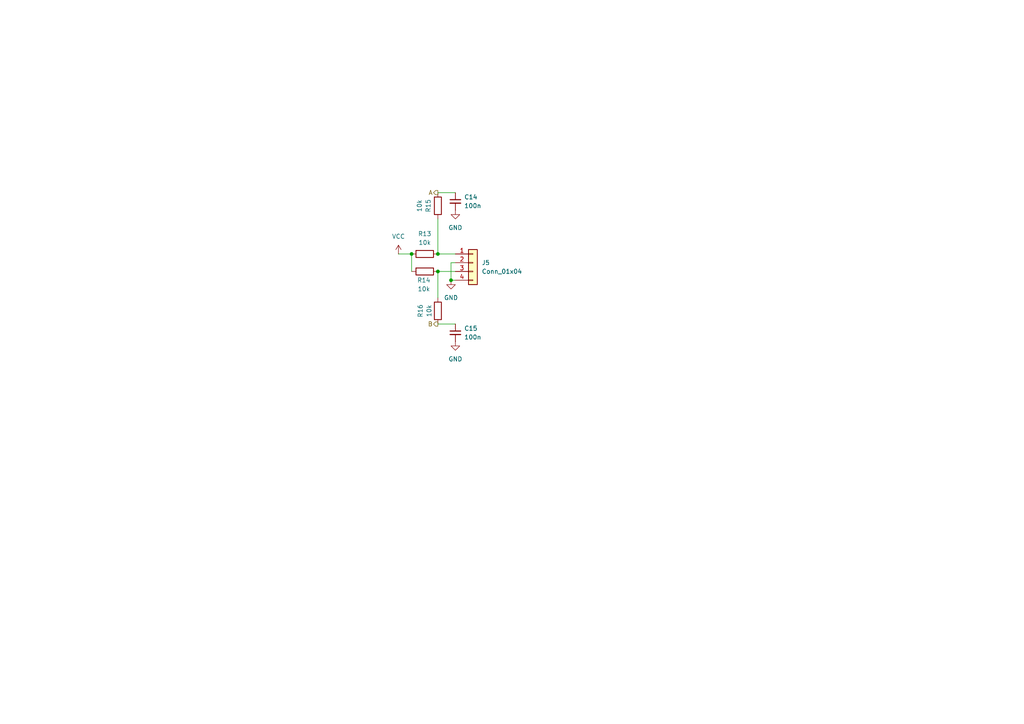
<source format=kicad_sch>
(kicad_sch (version 20250114) (generator "eeschema") (generator_version "9.0")
  (paper "A4")
  (lib_symbols
    (symbol "Connector_Generic:Conn_01x04" (pin_names (offset 1.016) (hide yes))
      (property "Reference" "J" (at 0 5.08 0))
      (property "Value" "Conn_01x04" (at 0 -7.62 0))
      (symbol "Conn_01x04_1_1"
        (rectangle (start -1.27 3.81) (end 1.27 -6.35) (stroke (width 0.254)) (fill (type background)))
        (rectangle (start -1.27 2.667) (end 0 2.413) (stroke (width 0.1524)))
        (rectangle (start -1.27 0.127) (end 0 -0.127) (stroke (width 0.1524)))
        (rectangle (start -1.27 -2.413) (end 0 -2.667) (stroke (width 0.1524)))
        (rectangle (start -1.27 -4.953) (end 0 -5.207) (stroke (width 0.1524)))
        (pin passive line (at -5.08 2.54 0) (length 3.81) (name "Pin_1") (number "1"))
        (pin passive line (at -5.08 0 0) (length 3.81) (name "Pin_2") (number "2"))
        (pin passive line (at -5.08 -2.54 0) (length 3.81) (name "Pin_3") (number "3"))
        (pin passive line (at -5.08 -5.08 0) (length 3.81) (name "Pin_4") (number "4"))
      )
    )
    (symbol "Device:C_Small" (pin_numbers (hide yes)) (pin_names (offset 0.254) (hide yes))
      (property "Reference" "C" (at 0.254 1.778 0))
      (property "Value" "C_Small" (at 0.254 -2.032 0))
      (symbol "C_Small_0_1"
        (polyline (pts (xy -1.524 0.508) (xy 1.524 0.508)) (stroke (width 0.3048)))
        (polyline (pts (xy -1.524 -0.508) (xy 1.524 -0.508)) (stroke (width 0.3302)))
      )
      (symbol "C_Small_1_1"
        (pin passive line (at 0 2.54 270) (length 2.032) (name "~") (number "1"))
        (pin passive line (at 0 -2.54 90) (length 2.032) (name "~") (number "2"))
      )
    )
    (symbol "Device:R" (pin_numbers (hide yes)) (pin_names (offset 0))
      (property "Reference" "R" (at 2.032 0 90))
      (property "Value" "R" (at 0 0 90))
      (symbol "R_0_1"
        (rectangle (start -1.016 -2.54) (end 1.016 2.54) (stroke (width 0.254)))
      )
      (symbol "R_1_1"
        (pin passive line (at 0 3.81 270) (length 1.27) (name "~") (number "1"))
        (pin passive line (at 0 -3.81 90) (length 1.27) (name "~") (number "2"))
      )
    )
    (symbol "power:GND" (power) (pin_numbers (hide yes)) (pin_names (offset 0) (hide yes))
      (property "Value" "GND" (at 0 -3.81 0))
      (symbol "GND_0_1"
        (polyline (pts (xy 0 0) (xy 0 -1.27) (xy 1.27 -1.27) (xy 0 -2.54) (xy -1.27 -1.27) (xy 0 -1.27)))
      )
      (symbol "GND_1_1"
        (pin power_in line (at 0 0 270) (length 0) (name "~") (number "1"))
      )
    )
    (symbol "power:VCC" (power) (pin_numbers (hide yes)) (pin_names (offset 0) (hide yes))
      (property "Value" "VCC" (at 0 3.556 0))
      (symbol "VCC_0_1"
        (polyline (pts (xy -0.762 1.27) (xy 0 2.54)))
        (polyline (pts (xy 0 2.54) (xy 0.762 1.27)))
        (polyline (pts (xy 0 0) (xy 0 2.54)))
      )
      (symbol "VCC_1_1"
        (pin power_in line (at 0 0 90) (length 0) (name "~") (number "1"))
      )
    )
  )
  (junction (at 127 78.74))
  (junction (at 119.38 73.66))
  (junction (at 130.81 81.28))
  (junction (at 127 73.66))
  (wire (pts (xy 115.57 73.66) (xy 119.38 73.66)))
  (wire (pts (xy 127 63.5) (xy 127 73.66)))
  (wire (pts (xy 119.38 73.66) (xy 119.38 78.74)))
  (wire (pts (xy 130.81 81.28) (xy 130.81 76.2)))
  (wire (pts (xy 127 93.98) (xy 132.08 93.98)))
  (wire (pts (xy 127 78.74) (xy 127 86.36)))
  (wire (pts (xy 127 73.66) (xy 132.08 73.66)))
  (wire (pts (xy 130.81 76.2) (xy 132.08 76.2)))
  (wire (pts (xy 127 55.88) (xy 132.08 55.88)))
  (wire (pts (xy 130.81 81.28) (xy 132.08 81.28)))
  (wire (pts (xy 127 78.74) (xy 132.08 78.74)))
  (hierarchical_label "A" (shape output) (at 127 55.88 180))
  (hierarchical_label "B" (shape output) (at 127 93.98 180))
  (symbol (lib_id "power:GND") (at 132.08 99.06 0) (unit 1)
    (property "Reference" "#PWR023" (effects (hide yes)))
    (property "Value" "GND" (at 132.08 104.14 0))
    (property "Description" "Power symbol creates a global label with name \"GND\" , ground" (effects (hide yes)))
    (instances (project "LED-control" (path "" (reference "#PWR028") (unit 1)) (path "" (reference "#PWR033") (unit 1)) (path "" (reference "#PWR023") (unit 1))))
  )
  (symbol (lib_id "power:GND") (at 130.81 81.28 0) (unit 1)
    (property "Reference" "#PWR021" (effects (hide yes)))
    (property "Value" "GND" (at 130.81 86.36 0))
    (property "Description" "Power symbol creates a global label with name \"GND\" , ground" (effects (hide yes)))
    (instances (project "LED-control" (path "" (reference "#PWR026") (unit 1)) (path "" (reference "#PWR031") (unit 1)) (path "" (reference "#PWR021") (unit 1))))
  )
  (symbol (lib_id "Connector_Generic:Conn_01x04") (at 137.16 76.2 0) (unit 1)
    (property "Reference" "J4" (at 139.7 76.1999 0) (effects (justify left)))
    (property "Value" "Conn_01x04" (at 139.7 78.7399 0) (effects (justify left)))
    (property "Footprint" "Connector_PinHeader_2.54mm:PinHeader_1x04_P2.54mm_Vertical" (effects (hide yes)))
    (property "Description" "Generic connector, single row, 01x04, script generated (kicad-library-utils/schlib/autogen/connector/)" (effects (hide yes)))
    (instances (project "" (path "" (reference "J5") (unit 1)) (path "" (reference "J6") (unit 1)) (path "" (reference "J4") (unit 1))))
  )
  (symbol (lib_id "Device:R") (at 123.19 78.74 90) (unit 1)
    (property "Reference" "R10" (at 122.936 81.28 90))
    (property "Value" "10k" (at 122.936 83.82 90))
    (property "Footprint" "Resistor_SMD:R_0805_2012Metric_Pad1.20x1.40mm_HandSolder" (effects (hide yes)))
    (property "Description" "Resistor" (effects (hide yes)))
    (instances (project "LED-control" (path "" (reference "R14") (unit 1)) (path "" (reference "R18") (unit 1)) (path "" (reference "R10") (unit 1))))
  )
  (symbol (lib_id "Device:C_Small") (at 132.08 58.42 0) (unit 1)
    (property "Reference" "C12" (at 134.62 57.1562 0) (effects (justify left)))
    (property "Value" "100n" (at 134.62 59.6962 0) (effects (justify left)))
    (property "Footprint" "Capacitor_SMD:C_0805_2012Metric_Pad1.18x1.45mm_HandSolder" (effects (hide yes)))
    (property "Description" "Unpolarized capacitor, small symbol" (effects (hide yes)))
    (instances (project "LED-control" (path "" (reference "C14") (unit 1)) (path "" (reference "C16") (unit 1)) (path "" (reference "C12") (unit 1))))
  )
  (symbol (lib_id "power:VCC") (at 115.57 73.66 0) (unit 1)
    (property "Reference" "#PWR020" (effects (hide yes)))
    (property "Value" "VCC" (at 115.57 68.58 0))
    (property "Description" "Power symbol creates a global label with name \"VCC\"" (effects (hide yes)))
    (instances (project "LED-control" (path "" (reference "#PWR025") (unit 1)) (path "" (reference "#PWR030") (unit 1)) (path "" (reference "#PWR020") (unit 1))))
  )
  (symbol (lib_id "Device:R") (at 127 90.17 180) (unit 1)
    (property "Reference" "R12" (at 121.92 90.17 90))
    (property "Value" "10k" (at 124.46 90.17 90))
    (property "Footprint" "Resistor_SMD:R_0805_2012Metric_Pad1.20x1.40mm_HandSolder" (effects (hide yes)))
    (property "Description" "Resistor" (effects (hide yes)))
    (instances (project "LED-control" (path "" (reference "R16") (unit 1)) (path "" (reference "R20") (unit 1)) (path "" (reference "R12") (unit 1))))
  )
  (symbol (lib_id "Device:R") (at 127 59.69 0) (unit 1)
    (property "Reference" "R11" (at 124.206 59.69 90))
    (property "Value" "10k" (at 121.666 59.69 90))
    (property "Footprint" "Resistor_SMD:R_0805_2012Metric_Pad1.20x1.40mm_HandSolder" (effects (hide yes)))
    (property "Description" "Resistor" (effects (hide yes)))
    (instances (project "LED-control" (path "" (reference "R15") (unit 1)) (path "" (reference "R19") (unit 1)) (path "" (reference "R11") (unit 1))))
  )
  (symbol (lib_id "power:GND") (at 132.08 60.96 0) (unit 1)
    (property "Reference" "#PWR022" (effects (hide yes)))
    (property "Value" "GND" (at 132.08 66.04 0))
    (property "Description" "Power symbol creates a global label with name \"GND\" , ground" (effects (hide yes)))
    (instances (project "LED-control" (path "" (reference "#PWR027") (unit 1)) (path "" (reference "#PWR032") (unit 1)) (path "" (reference "#PWR022") (unit 1))))
  )
  (symbol (lib_id "Device:C_Small") (at 132.08 96.52 0) (unit 1)
    (property "Reference" "C13" (at 134.62 95.2562 0) (effects (justify left)))
    (property "Value" "100n" (at 134.62 97.7962 0) (effects (justify left)))
    (property "Footprint" "Capacitor_SMD:C_0805_2012Metric_Pad1.18x1.45mm_HandSolder" (effects (hide yes)))
    (property "Description" "Unpolarized capacitor, small symbol" (effects (hide yes)))
    (instances (project "LED-control" (path "" (reference "C15") (unit 1)) (path "" (reference "C17") (unit 1)) (path "" (reference "C13") (unit 1))))
  )
  (symbol (lib_id "Device:R") (at 123.19 73.66 90) (unit 1)
    (property "Reference" "R9" (at 123.19 67.818 90))
    (property "Value" "10k" (at 123.19 70.358 90))
    (property "Footprint" "Resistor_SMD:R_0805_2012Metric_Pad1.20x1.40mm_HandSolder" (effects (hide yes)))
    (property "Description" "Resistor" (effects (hide yes)))
    (instances (project "LED-control" (path "" (reference "R13") (unit 1)) (path "" (reference "R17") (unit 1)) (path "" (reference "R9") (unit 1))))
  )
)
</source>
